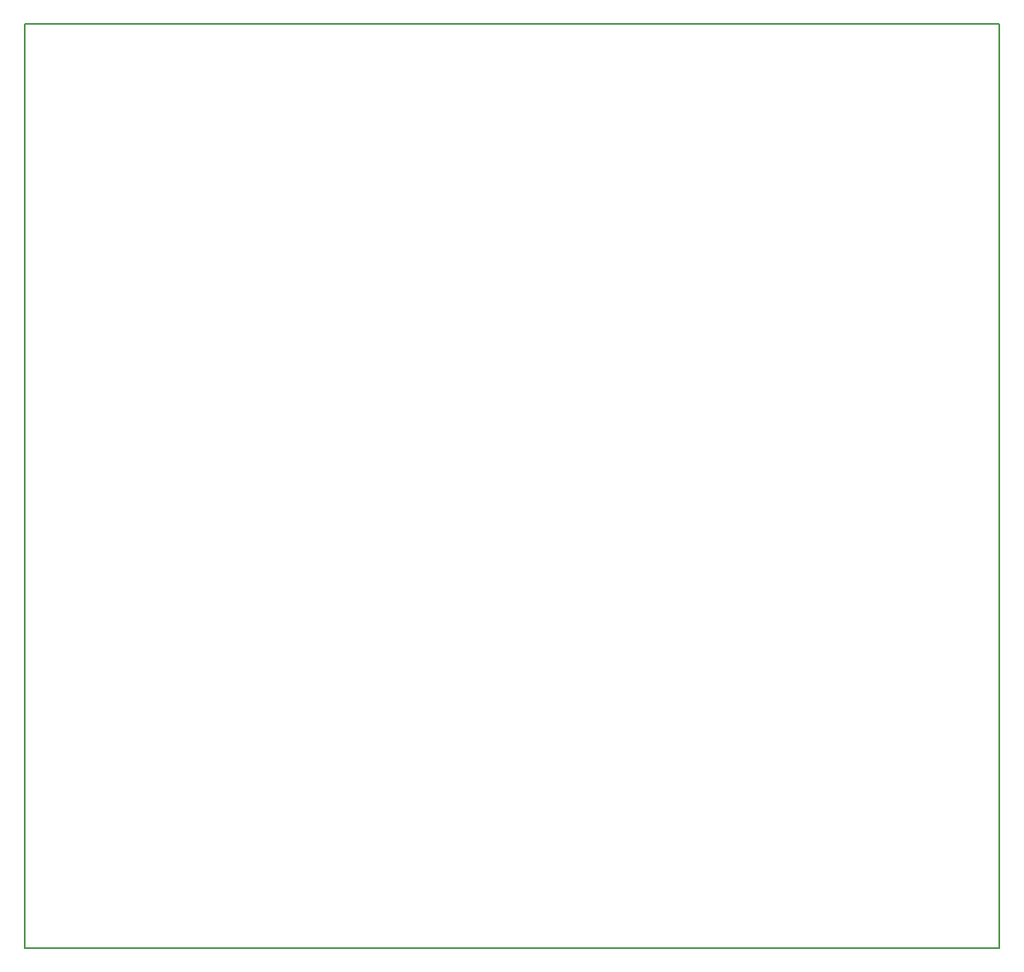
<source format=gbr>
G04 #@! TF.GenerationSoftware,KiCad,Pcbnew,(5.0.0)*
G04 #@! TF.CreationDate,2019-12-04T17:10:26-05:00*
G04 #@! TF.ProjectId,Audio Amp,417564696F20416D702E6B696361645F,rev?*
G04 #@! TF.SameCoordinates,Original*
G04 #@! TF.FileFunction,Profile,NP*
%FSLAX46Y46*%
G04 Gerber Fmt 4.6, Leading zero omitted, Abs format (unit mm)*
G04 Created by KiCad (PCBNEW (5.0.0)) date 12/04/19 17:10:26*
%MOMM*%
%LPD*%
G01*
G04 APERTURE LIST*
%ADD10C,0.150000*%
G04 APERTURE END LIST*
D10*
X43000000Y-179000000D02*
X143000000Y-179000000D01*
X43000000Y-84000000D02*
X43000000Y-179000000D01*
X143000000Y-84000000D02*
X43000000Y-84000000D01*
X143000000Y-179000000D02*
X143000000Y-84000000D01*
M02*

</source>
